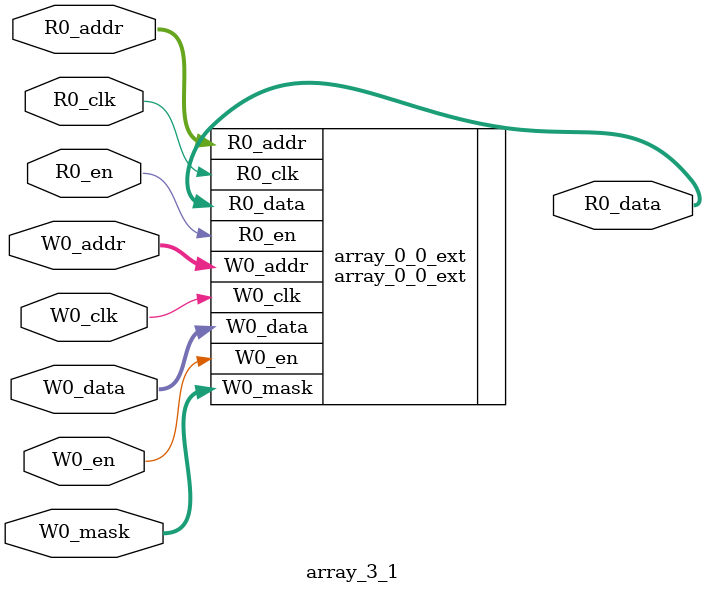
<source format=sv>
module array_3_1(	// @[generators/rocket-chip/src/main/scala/util/DescribedSRAM.scala:17:26]
  input  [7:0]   R0_addr,
  input          R0_en,
  input          R0_clk,
  output [127:0] R0_data,
  input  [7:0]   W0_addr,
  input          W0_en,
  input          W0_clk,
  input  [127:0] W0_data,
  input  [1:0]   W0_mask
);

  array_0_0_ext array_0_0_ext (	// @[generators/rocket-chip/src/main/scala/util/DescribedSRAM.scala:17:26]
    .R0_addr (R0_addr),
    .R0_en   (R0_en),
    .R0_clk  (R0_clk),
    .R0_data (R0_data),
    .W0_addr (W0_addr),
    .W0_en   (W0_en),
    .W0_clk  (W0_clk),
    .W0_data (W0_data),
    .W0_mask (W0_mask)
  );	// @[generators/rocket-chip/src/main/scala/util/DescribedSRAM.scala:17:26]
endmodule


</source>
